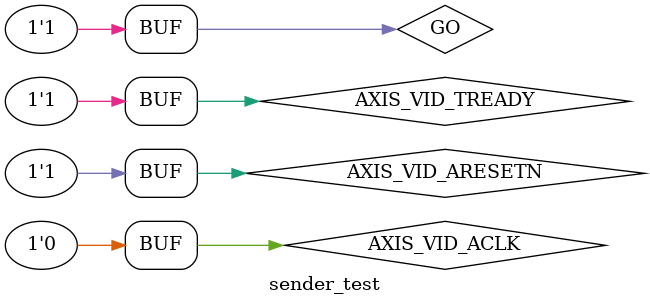
<source format=sv>

module sender_test ();
    logic         AXIS_VID_ACLK;
    logic         AXIS_VID_ARESETN;
    logic [23: 0] AXIS_VID_TDATA, AXIS_VID_TDATA2;
    logic         AXIS_VID_TLAST, AXIS_VID_TLAST2;
    logic [ 0: 0] AXIS_VID_TUSER, AXIS_VID_TUSER2;
    logic         AXIS_VID_TVALID, AXIS_VID_TVALID2;
    logic         AXIS_VID_TREADY;
    logic         GO;
    logic         RUN;

    AXIS_send sender1 (
        AXIS_VID_ACLK,
        AXIS_VID_ARESETN,
        AXIS_VID_TDATA,
        AXIS_VID_TLAST,
        AXIS_VID_TUSER,
        AXIS_VID_TVALID,
        AXIS_VID_TREADY,
        1'b0,
        GO,
        RUN);
        
    AXIS_send sender2 (
        AXIS_VID_ACLK,
        AXIS_VID_ARESETN,
        AXIS_VID_TDATA2,
        AXIS_VID_TLAST2,
        AXIS_VID_TUSER2,
        AXIS_VID_TVALID2,
        AXIS_VID_TREADY,
        1'b1,
        GO,
        RUN);

    logic [31:0] count, count2;

    assign AXIS_VID_TREADY = 1'b1;
    initial begin
        AXIS_VID_ARESETN = 1'b0; GO <= 1'b0; #50;
        AXIS_VID_ARESETN = 1'b1; #50;
        GO <= 1'b1;
    end

    always begin
        AXIS_VID_ACLK = 1'b1; #5;
        AXIS_VID_ACLK = 1'b0; #5;
    end

    always_ff @ (posedge AXIS_VID_ACLK) begin
        if (~ AXIS_VID_ARESETN) begin
            count  <= 0;
            count2 <= 0;
        end else begin
            count  <= (AXIS_VID_TVALID ) ? count  + 1'b1 : count;
            count2 <= (AXIS_VID_TVALID2) ? count2 + 1'b1 : count2;
        end
    end
endmodule
</source>
